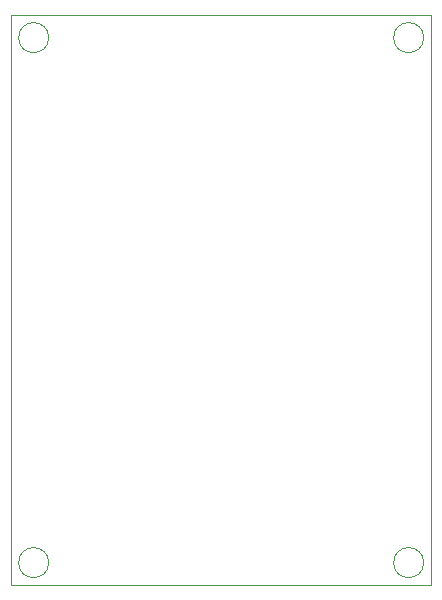
<source format=gko>
%FSLAX46Y46*%
G04 Gerber Fmt 4.6, Leading zero omitted, Abs format (unit mm)*
G04 Created by KiCad (PCBNEW (2014-09-19 BZR 5142)-product) date 28/09/2014 23:35:33*
%MOMM*%
G01*
G04 APERTURE LIST*
%ADD10C,0.100000*%
G04 APERTURE END LIST*
D10*
X147320000Y-78105000D02*
G75*
G03X147320000Y-78105000I-1270000J0D01*
G74*
G01*
X115570000Y-78105000D02*
G75*
G03X115570000Y-78105000I-1270000J0D01*
G74*
G01*
X147320000Y-122555000D02*
G75*
G03X147320000Y-122555000I-1270000J0D01*
G74*
G01*
X115570000Y-122555000D02*
G75*
G03X115570000Y-122555000I-1270000J0D01*
G74*
G01*
X112395000Y-123825000D02*
X112395000Y-124460000D01*
X147955000Y-124460000D02*
X147955000Y-123825000D01*
X112395000Y-124460000D02*
X147955000Y-124460000D01*
X112395000Y-76200000D02*
X147955000Y-76200000D01*
X112395000Y-123825000D02*
X112395000Y-76200000D01*
X147955000Y-76200000D02*
X147955000Y-123825000D01*
M02*

</source>
